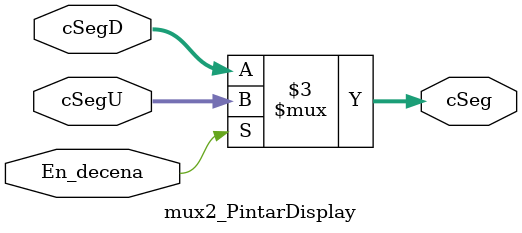
<source format=sv>
`timescale 1ns / 1ps

module mux2_PintarDisplay(input logic En_decena,
                      input logic [6:0] cSegU,
                      input logic [6:0] cSegD,
                      output logic [6:0] cSeg);
                      
    always @ (En_decena |cSegU | cSegD)     
    
        //los digitos se activan en 0
        begin 
           if(En_decena) //Si las decenas están desactivadas
            begin
            cSeg = cSegU; //pasan las unidades
            end
           else //Si las decenas están activadas 
            begin
            cSeg = cSegD;  //Pasan las decenas
            end
        end
endmodule
</source>
